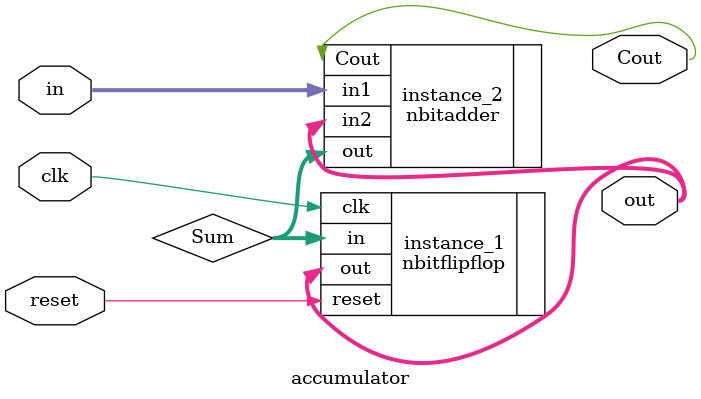
<source format=v>
`timescale 1ns / 1ps


module accumulator #(parameter N=3)( input clk,input reset,input [N-1:0] in,output [N-1:0] out,output Cout

    );
    wire [N-1:0] Sum;
    nbitflipflop instance_1(.clk(clk),.reset(reset),.in(Sum),.out(out));
    nbitadder instance_2(.in1(in),.in2(out),.out(Sum),.Cout(Cout));
endmodule


</source>
